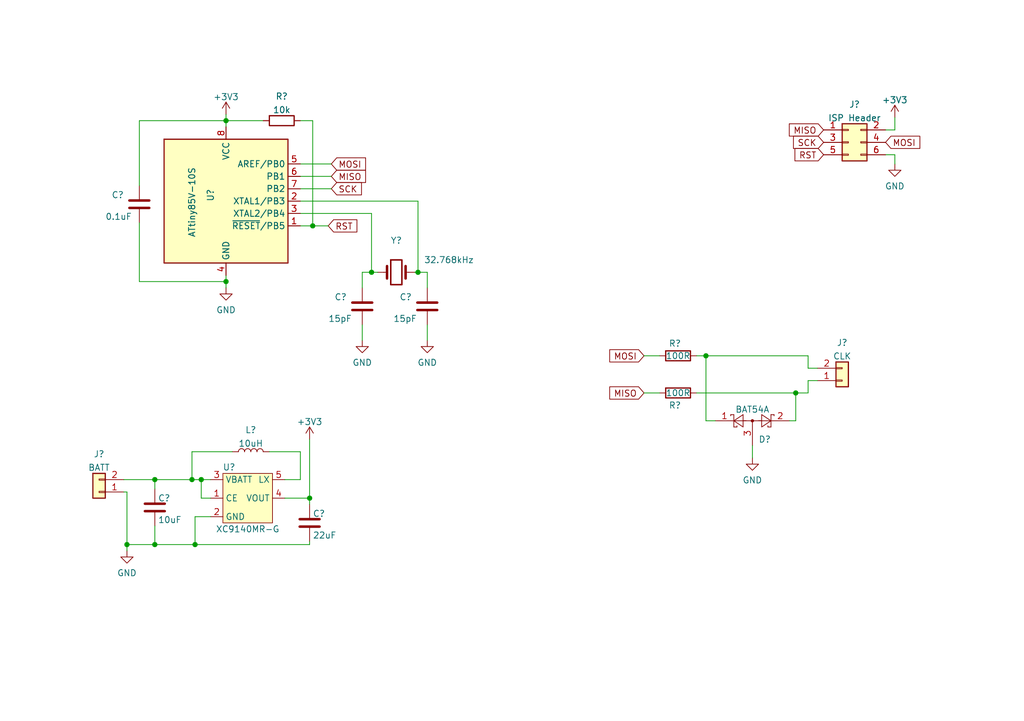
<source format=kicad_sch>
(kicad_sch (version 20211123) (generator eeschema)
  (paper "A5")
  (title_block (date "2025-03-20") (rev "A"))
  (lib_symbols
    (symbol "Connector_Generic:Conn_01x02" (pin_names (offset 1.016) hide)
      (property "Reference" "J" (at 0 2.54 0))
      (property "Value" "Conn_01x02" (at 0 -5.08 0))
      (symbol "Conn_01x02_1_1"
        (rectangle (start -1.27 -2.413) (end 0 -2.667) (stroke (width 0.1524)))
        (rectangle (start -1.27 0.127) (end 0 -0.127) (stroke (width 0.1524)))
        (rectangle (start -1.27 1.27) (end 1.27 -3.81) (stroke (width 0.254)) (fill (type background)))
        (pin passive line (at -5.08 0 0) (length 3.81) (name "Pin_1") (number "1"))
        (pin passive line (at -5.08 -2.54 0) (length 3.81) (name "Pin_2") (number "2"))
      )
    )
    (symbol "Connector_Generic:Conn_02x03_Odd_Even" (pin_names (offset 1.016) hide)
      (property "Reference" "J" (at 1.27 5.08 0))
      (property "Value" "Conn_02x03_Odd_Even" (at 1.27 -5.08 0))
      (symbol "Conn_02x03_Odd_Even_1_1"
        (rectangle (start -1.27 -2.413) (end 0 -2.667) (stroke (width 0.1524)))
        (rectangle (start -1.27 0.127) (end 0 -0.127) (stroke (width 0.1524)))
        (rectangle (start -1.27 2.667) (end 0 2.413) (stroke (width 0.1524)))
        (rectangle (start -1.27 3.81) (end 3.81 -3.81) (stroke (width 0.254)) (fill (type background)))
        (rectangle (start 3.81 -2.413) (end 2.54 -2.667) (stroke (width 0.1524)))
        (rectangle (start 3.81 0.127) (end 2.54 -0.127) (stroke (width 0.1524)))
        (rectangle (start 3.81 2.667) (end 2.54 2.413) (stroke (width 0.1524)))
        (pin passive line (at -5.08 2.54 0) (length 3.81) (name "Pin_1") (number "1"))
        (pin passive line (at 7.62 2.54 180) (length 3.81) (name "Pin_2") (number "2"))
        (pin passive line (at -5.08 0 0) (length 3.81) (name "Pin_3") (number "3"))
        (pin passive line (at 7.62 0 180) (length 3.81) (name "Pin_4") (number "4"))
        (pin passive line (at -5.08 -2.54 0) (length 3.81) (name "Pin_5") (number "5"))
        (pin passive line (at 7.62 -2.54 180) (length 3.81) (name "Pin_6") (number "6"))
      )
    )
    (symbol "Custom_IC:XC9140MR-G"
      (property "Reference" "U" (at -3.81 6.35 0))
      (property "Value" "XC9140MR-G" (at 0 -6.35 0))
      (symbol "XC9140MR-G_0_1"
        (rectangle (start -5.08 5.08) (end 5.08 -5.08) (stroke (width 0.1524)) (fill (type background)))
      )
      (symbol "XC9140MR-G_1_1"
        (pin input line (at -7.62 0 0) (length 2.54) (name "CE") (number "1"))
        (pin input line (at -7.62 -3.81 0) (length 2.54) (name "GND") (number "2"))
        (pin input line (at -7.62 3.81 0) (length 2.54) (name "VBATT") (number "3"))
        (pin input line (at 7.62 0 180) (length 2.54) (name "VOUT") (number "4"))
        (pin input line (at 7.62 3.81 180) (length 2.54) (name "LX") (number "5"))
      )
    )
    (symbol "Device:C" (pin_numbers hide) (pin_names (offset 0.254))
      (property "Reference" "C" (at 0.635 2.54 0))
      (property "Value" "C" (at 0.635 -2.54 0))
      (symbol "C_0_1"
        (polyline (pts (xy -2.032 -0.762) (xy 2.032 -0.762)) (stroke (width 0.508)))
        (polyline (pts (xy -2.032 0.762) (xy 2.032 0.762)) (stroke (width 0.508)))
      )
      (symbol "C_1_1"
        (pin passive line (at 0 3.81 270) (length 2.794) (name "~") (number "1"))
        (pin passive line (at 0 -3.81 90) (length 2.794) (name "~") (number "2"))
      )
    )
    (symbol "Device:Crystal" (pin_numbers hide) (pin_names (offset 1.016) hide)
      (property "Reference" "Y" (at 0 3.81 0))
      (property "Value" "Crystal" (at 0 -3.81 0))
      (symbol "Crystal_0_1"
        (rectangle (start -1.143 2.54) (end 1.143 -2.54) (stroke (width 0.3048)))
        (polyline (pts (xy -2.54 0) (xy -1.905 0)))
        (polyline (pts (xy -1.905 -1.27) (xy -1.905 1.27)) (stroke (width 0.508)))
        (polyline (pts (xy 1.905 -1.27) (xy 1.905 1.27)) (stroke (width 0.508)))
        (polyline (pts (xy 2.54 0) (xy 1.905 0)))
      )
      (symbol "Crystal_1_1"
        (pin passive line (at -3.81 0 0) (length 1.27) (name "1") (number "1"))
        (pin passive line (at 3.81 0 180) (length 1.27) (name "2") (number "2"))
      )
    )
    (symbol "Device:L" (pin_numbers hide) (pin_names (offset 1.016) hide)
      (property "Reference" "L" (at -1.27 0 90))
      (property "Value" "L" (at 1.905 0 90))
      (symbol "L_0_1"
        (arc (start 0 -2.54) (mid 0.635 -1.905) (end 0 -1.27))
        (arc (start 0 -1.27) (mid 0.635 -0.635) (end 0 0))
        (arc (start 0 0) (mid 0.635 0.635) (end 0 1.27))
        (arc (start 0 1.27) (mid 0.635 1.905) (end 0 2.54))
      )
      (symbol "L_1_1"
        (pin passive line (at 0 3.81 270) (length 1.27) (name "1") (number "1"))
        (pin passive line (at 0 -3.81 90) (length 1.27) (name "2") (number "2"))
      )
    )
    (symbol "Device:R" (pin_numbers hide) (pin_names (offset 0))
      (property "Reference" "R" (at 2.032 0 90))
      (property "Value" "R" (at 0 0 90))
      (symbol "R_0_1"
        (rectangle (start -1.016 -2.54) (end 1.016 2.54) (stroke (width 0.254)))
      )
      (symbol "R_1_1"
        (pin passive line (at 0 3.81 270) (length 1.27) (name "~") (number "1"))
        (pin passive line (at 0 -3.81 90) (length 1.27) (name "~") (number "2"))
      )
    )
    (symbol "Diode:BAT54A" (pin_names (offset 1.016))
      (property "Reference" "D" (at 0.635 -3.81 0))
      (property "Value" "BAT54A" (at -6.35 3.175 0))
      (symbol "BAT54A_0_1"
        (polyline (pts (xy -4.445 1.27) (xy -4.445 1.016)))
        (polyline (pts (xy -3.81 -1.27) (xy -3.81 1.27)))
        (polyline (pts (xy -3.81 -1.27) (xy -3.175 -1.27)))
        (polyline (pts (xy -3.81 0) (xy -1.27 0)))
        (polyline (pts (xy -3.81 1.27) (xy -4.445 1.27)))
        (polyline (pts (xy -3.175 -1.27) (xy -3.175 -1.016)))
        (polyline (pts (xy -1.905 0) (xy 1.905 0)))
        (polyline (pts (xy 1.27 0) (xy 3.81 0)))
        (polyline (pts (xy 3.175 -1.27) (xy 3.175 -1.016)))
        (polyline (pts (xy 3.81 -1.27) (xy 3.175 -1.27)))
        (polyline (pts (xy 3.81 -1.27) (xy 3.81 1.27)))
        (polyline (pts (xy 3.81 1.27) (xy 4.445 1.27)))
        (polyline (pts (xy 4.445 1.27) (xy 4.445 1.016)))
        (polyline (pts (xy -1.905 1.27) (xy -1.905 -1.27) (xy -3.81 0) (xy -1.905 1.27)))
        (polyline (pts (xy 1.905 1.27) (xy 1.905 -1.27) (xy 3.81 0) (xy 1.905 1.27)))
        (circle (center 0 0) (radius 0.254) (fill (type outline)))
      )
      (symbol "BAT54A_1_1"
        (pin passive line (at -7.62 0 0) (length 3.81) (name "~") (number "1"))
        (pin passive line (at 7.62 0 180) (length 3.81) (name "~") (number "2"))
        (pin passive line (at 0 -5.08 90) (length 5.08) (name "~") (number "3"))
      )
    )
    (symbol "MCU_Microchip_ATtiny:ATtiny85V-10S"
      (property "Reference" "U" (at -12.7 13.97 0))
      (property "Value" "ATtiny85V-10S" (at 2.54 -13.97 0))
      (symbol "ATtiny85V-10S_0_1"
        (rectangle (start -12.7 -12.7) (end 12.7 12.7) (stroke (width 0.254)) (fill (type background)))
      )
      (symbol "ATtiny85V-10S_1_1"
        (pin bidirectional line (at 15.24 -5.08 180) (length 2.54) (name "~{RESET}/PB5") (number "1"))
        (pin bidirectional line (at 15.24 0 180) (length 2.54) (name "XTAL1/PB3") (number "2"))
        (pin bidirectional line (at 15.24 -2.54 180) (length 2.54) (name "XTAL2/PB4") (number "3"))
        (pin power_in line (at 0 -15.24 90) (length 2.54) (name "GND") (number "4"))
        (pin bidirectional line (at 15.24 7.62 180) (length 2.54) (name "AREF/PB0") (number "5"))
        (pin bidirectional line (at 15.24 5.08 180) (length 2.54) (name "PB1") (number "6"))
        (pin bidirectional line (at 15.24 2.54 180) (length 2.54) (name "PB2") (number "7"))
        (pin power_in line (at 0 15.24 270) (length 2.54) (name "VCC") (number "8"))
      )
    )
    (symbol "power:+3.3V" (power) (pin_names (offset 0))
      (property "Value" "+3.3V" (at 0 3.556 0))
      (symbol "+3.3V_0_1"
        (polyline (pts (xy -0.762 1.27) (xy 0 2.54)))
        (polyline (pts (xy 0 0) (xy 0 2.54)))
        (polyline (pts (xy 0 2.54) (xy 0.762 1.27)))
      )
      (symbol "+3.3V_1_1"
        (pin power_in line (at 0 0 90) (length 0) hide (name "+3V3") (number "1"))
      )
    )
    (symbol "power:GND" (power) (pin_names (offset 0))
      (property "Value" "GND" (at 0 -3.81 0))
      (symbol "GND_0_1"
        (polyline (pts (xy 0 0) (xy 0 -1.27) (xy 1.27 -1.27) (xy 0 -2.54) (xy -1.27 -1.27) (xy 0 -1.27)))
      )
      (symbol "GND_1_1"
        (pin power_in line (at 0 0 270) (length 0) hide (name "GND") (number "1"))
      )
    )
  )
  (junction (at 76.2 55.88))
  (junction (at 40.005 111.76))
  (junction (at 144.78 73.025))
  (junction (at 39.37 98.425))
  (junction (at 46.355 57.785))
  (junction (at 41.275 98.425))
  (junction (at 46.355 24.765))
  (junction (at 64.135 46.355))
  (junction (at 31.75 111.76))
  (junction (at 26.035 111.76))
  (junction (at 31.75 98.425))
  (junction (at 85.725 55.88))
  (junction (at 163.195 80.645))
  (junction (at 63.5 102.235))
  (wire (pts (xy 64.135 24.765) (xy 64.135 46.355)))
  (wire (pts (xy 58.42 102.235) (xy 63.5 102.235)))
  (wire (pts (xy 144.78 86.36) (xy 144.78 73.025)))
  (wire (pts (xy 181.61 26.67) (xy 183.515 26.67)))
  (wire (pts (xy 165.735 73.025) (xy 165.735 75.565)))
  (wire (pts (xy 61.595 41.275) (xy 85.725 41.275)))
  (wire (pts (xy 39.37 92.71) (xy 39.37 98.425)))
  (wire (pts (xy 31.75 98.425) (xy 31.75 100.33)))
  (wire (pts (xy 85.09 55.88) (xy 85.725 55.88)))
  (wire (pts (xy 142.875 73.025) (xy 144.78 73.025)))
  (wire (pts (xy 46.355 57.785) (xy 46.355 59.055)))
  (wire (pts (xy 40.005 106.045) (xy 40.005 111.76)))
  (wire (pts (xy 154.305 91.44) (xy 154.305 93.98)))
  (wire (pts (xy 165.735 78.105) (xy 167.64 78.105)))
  (wire (pts (xy 61.595 36.195) (xy 67.945 36.195)))
  (wire (pts (xy 85.725 55.88) (xy 87.63 55.88)))
  (wire (pts (xy 43.18 102.235) (xy 41.275 102.235)))
  (wire (pts (xy 144.78 73.025) (xy 165.735 73.025)))
  (wire (pts (xy 26.035 111.76) (xy 26.035 113.03)))
  (wire (pts (xy 28.575 45.72) (xy 28.575 57.785)))
  (wire (pts (xy 58.42 98.425) (xy 61.595 98.425)))
  (wire (pts (xy 132.08 80.645) (xy 135.255 80.645)))
  (wire (pts (xy 61.595 24.765) (xy 64.135 24.765)))
  (wire (pts (xy 63.5 111.76) (xy 40.005 111.76)))
  (wire (pts (xy 25.4 98.425) (xy 31.75 98.425)))
  (wire (pts (xy 146.685 86.36) (xy 144.78 86.36)))
  (wire (pts (xy 76.2 55.88) (xy 77.47 55.88)))
  (wire (pts (xy 61.595 43.815) (xy 76.2 43.815)))
  (wire (pts (xy 74.295 55.88) (xy 76.2 55.88)))
  (wire (pts (xy 163.195 80.645) (xy 165.735 80.645)))
  (wire (pts (xy 47.625 92.71) (xy 39.37 92.71)))
  (wire (pts (xy 163.195 86.36) (xy 163.195 80.645)))
  (wire (pts (xy 41.275 102.235) (xy 41.275 98.425)))
  (wire (pts (xy 76.2 43.815) (xy 76.2 55.88)))
  (wire (pts (xy 31.75 107.95) (xy 31.75 111.76)))
  (wire (pts (xy 161.925 86.36) (xy 163.195 86.36)))
  (wire (pts (xy 26.035 100.965) (xy 26.035 111.76)))
  (wire (pts (xy 74.295 59.055) (xy 74.295 55.88)))
  (wire (pts (xy 61.595 46.355) (xy 64.135 46.355)))
  (wire (pts (xy 25.4 100.965) (xy 26.035 100.965)))
  (wire (pts (xy 46.355 24.765) (xy 53.975 24.765)))
  (wire (pts (xy 63.5 90.17) (xy 63.5 102.235)))
  (wire (pts (xy 181.61 31.75) (xy 183.515 31.75)))
  (wire (pts (xy 39.37 98.425) (xy 41.275 98.425)))
  (wire (pts (xy 28.575 24.765) (xy 28.575 38.1)))
  (wire (pts (xy 74.295 66.675) (xy 74.295 69.85)))
  (wire (pts (xy 31.75 98.425) (xy 39.37 98.425)))
  (wire (pts (xy 64.135 46.355) (xy 67.31 46.355)))
  (wire (pts (xy 31.75 111.76) (xy 26.035 111.76)))
  (wire (pts (xy 87.63 66.675) (xy 87.63 69.85)))
  (wire (pts (xy 63.5 102.235) (xy 63.5 103.505)))
  (wire (pts (xy 142.875 80.645) (xy 163.195 80.645)))
  (wire (pts (xy 61.595 33.655) (xy 67.945 33.655)))
  (wire (pts (xy 40.005 111.76) (xy 31.75 111.76)))
  (wire (pts (xy 183.515 31.75) (xy 183.515 33.655)))
  (wire (pts (xy 61.595 92.71) (xy 55.245 92.71)))
  (wire (pts (xy 183.515 26.67) (xy 183.515 24.13)))
  (wire (pts (xy 43.18 106.045) (xy 40.005 106.045)))
  (wire (pts (xy 61.595 38.735) (xy 67.945 38.735)))
  (wire (pts (xy 46.355 56.515) (xy 46.355 57.785)))
  (wire (pts (xy 63.5 111.125) (xy 63.5 111.76)))
  (wire (pts (xy 46.355 23.495) (xy 46.355 24.765)))
  (wire (pts (xy 87.63 55.88) (xy 87.63 59.055)))
  (wire (pts (xy 165.735 75.565) (xy 167.64 75.565)))
  (wire (pts (xy 85.725 41.275) (xy 85.725 55.88)))
  (wire (pts (xy 165.735 80.645) (xy 165.735 78.105)))
  (wire (pts (xy 46.355 24.765) (xy 46.355 26.035)))
  (wire (pts (xy 61.595 98.425) (xy 61.595 92.71)))
  (wire (pts (xy 46.355 24.765) (xy 28.575 24.765)))
  (wire (pts (xy 41.275 98.425) (xy 43.18 98.425)))
  (wire (pts (xy 28.575 57.785) (xy 46.355 57.785)))
  (wire (pts (xy 132.08 73.025) (xy 135.255 73.025)))
  (global_label "MOSI" (shape input) (at 132.08 73.025 180) (property "Intersheet References" "${INTERSHEET_REFS}" (effects hide)))
  (global_label "MOSI" (shape input) (at 67.945 33.655 0) (property "Intersheet References" "${INTERSHEET_REFS}" (effects hide)))
  (global_label "SCK" (shape input) (at 168.91 29.21 180) (property "Intersheet References" "${INTERSHEET_REFS}" (effects hide)))
  (global_label "MOSI" (shape input) (at 181.61 29.21 0) (property "Intersheet References" "${INTERSHEET_REFS}" (effects hide)))
  (global_label "MISO" (shape input) (at 67.945 36.195 0) (property "Intersheet References" "${INTERSHEET_REFS}" (effects hide)))
  (global_label "RST" (shape input) (at 168.91 31.75 180) (property "Intersheet References" "${INTERSHEET_REFS}" (effects hide)))
  (global_label "RST" (shape input) (at 67.31 46.355 0) (property "Intersheet References" "${INTERSHEET_REFS}" (effects hide)))
  (global_label "MISO" (shape input) (at 132.08 80.645 180) (property "Intersheet References" "${INTERSHEET_REFS}" (effects hide)))
  (global_label "SCK" (shape input) (at 67.945 38.735 0) (property "Intersheet References" "${INTERSHEET_REFS}" (effects hide)))
  (global_label "MISO" (shape input) (at 168.91 26.67 180) (property "Intersheet References" "${INTERSHEET_REFS}" (effects hide)))
  (symbol (lib_id "Device:C") (at 87.63 62.865 180) (unit 1)
    (property "Reference" "C?" (at 81.915 60.96 0) (effects (justify right)))
    (property "Value" "15pF" (at 80.645 65.405 0) (effects (justify right)))
  )
  (symbol (lib_id "Connector_Generic:Conn_01x02") (at 172.72 78.105 0) (mirror x) (unit 1)
    (property "Reference" "J?" (at 172.72 70.3285 0))
    (property "Value" "CLK" (at 172.72 73.1036 0))
  )
  (symbol (lib_id "Device:R") (at 139.065 80.645 90) (unit 1)
    (property "Reference" "R?" (at 138.43 83.185 90))
    (property "Value" "100R" (at 139.065 80.645 90))
  )
  (symbol (lib_id "power:+3.3V") (at 63.5 90.17 0) (unit 1)
    (property "Reference" "#PWR?" (effects hide))
    (property "Value" "+3.3V" (at 63.5 86.5655 0))
  )
  (symbol (lib_id "power:GND") (at 26.035 113.03 0) (unit 1)
    (property "Reference" "#PWR?" (effects hide))
    (property "Value" "GND" (at 26.035 117.5925 0))
  )
  (symbol (lib_id "power:GND") (at 183.515 33.655 0) (unit 1)
    (property "Reference" "#PWR?" (effects hide))
    (property "Value" "GND" (at 183.515 38.2175 0))
  )
  (symbol (lib_id "Device:C") (at 63.5 107.315 180) (unit 1)
    (property "Reference" "C?" (at 64.135 105.41 0) (effects (justify right)))
    (property "Value" "22uF" (at 64.135 109.855 0) (effects (justify right)))
  )
  (symbol (lib_id "power:+3.3V") (at 46.355 23.495 0) (unit 1)
    (property "Reference" "#PWR?" (effects hide))
    (property "Value" "+3.3V" (at 46.355 19.8905 0))
  )
  (symbol (lib_id "Custom_IC:XC9140MR-G") (at 50.8 102.235 0) (unit 1)
    (property "Reference" "U?" (at 46.99 95.885 0))
    (property "Value" "XC9140MR-G" (at 50.8 108.585 0))
  )
  (symbol (lib_id "power:GND") (at 74.295 69.85 0) (unit 1)
    (property "Reference" "#PWR?" (effects hide))
    (property "Value" "GND" (at 74.295 74.4125 0))
  )
  (symbol (lib_id "Device:C") (at 74.295 62.865 180) (unit 1)
    (property "Reference" "C?" (at 68.58 60.96 0) (effects (justify right)))
    (property "Value" "15pF" (at 67.31 65.405 0) (effects (justify right)))
  )
  (symbol (lib_id "MCU_Microchip_ATtiny:ATtiny85V-10S") (at 46.355 41.275 0) (unit 1)
    (property "Reference" "U?" (at 43.18 38.735 90) (effects (justify right)))
    (property "Value" "ATtiny85V-10S" (at 39.37 34.29 90) (effects (justify right)))
    (property "Footprint" "Package_SO:SOIC-8W_5.3x5.3mm_P1.27mm" (effects hide))
    (property "Datasheet" "http://ww1.microchip.com/downloads/en/DeviceDoc/atmel-2586-avr-8-bit-microcontroller-attiny25-attiny45-attiny85_datasheet.pdf" (effects hide))
  )
  (symbol (lib_id "Diode:BAT54A") (at 154.305 86.36 0) (unit 1)
    (property "Reference" "D?" (at 156.845 90.17 0))
    (property "Value" "BAT54A" (at 154.305 84.0256 0))
    (property "Footprint" "Package_TO_SOT_SMD:SOT-23" (effects hide))
    (property "Datasheet" "http://www.diodes.com/_files/datasheets/ds11005.pdf" (effects hide))
  )
  (symbol (lib_id "Connector_Generic:Conn_01x02") (at 20.32 100.965 180) (unit 1)
    (property "Reference" "J?" (at 20.32 93.1885 0))
    (property "Value" "BATT" (at 20.32 95.9636 0))
  )
  (symbol (lib_id "Device:C") (at 31.75 104.14 180) (unit 1)
    (property "Reference" "C?" (at 32.385 102.235 0) (effects (justify right)))
    (property "Value" "10uF" (at 32.385 106.68 0) (effects (justify right)))
  )
  (symbol (lib_id "power:GND") (at 87.63 69.85 0) (unit 1)
    (property "Reference" "#PWR?" (effects hide))
    (property "Value" "GND" (at 87.63 74.4125 0))
  )
  (symbol (lib_id "power:+3.3V") (at 183.515 24.13 0) (unit 1)
    (property "Reference" "#PWR?" (effects hide))
    (property "Value" "+3.3V" (at 183.515 20.5255 0))
  )
  (symbol (lib_id "power:GND") (at 46.355 59.055 0) (unit 1)
    (property "Reference" "#PWR?" (effects hide))
    (property "Value" "GND" (at 46.355 63.6175 0))
  )
  (symbol (lib_id "Device:R") (at 57.785 24.765 90) (unit 1)
    (property "Reference" "R?" (at 57.785 19.7825 90))
    (property "Value" "10k" (at 57.785 22.5576 90))
  )
  (symbol (lib_id "Device:L") (at 51.435 92.71 90) (unit 1)
    (property "Reference" "L?" (at 51.435 88.2355 90))
    (property "Value" "10uH" (at 51.435 91.0106 90))
  )
  (symbol (lib_id "Connector_Generic:Conn_02x03_Odd_Even") (at 173.99 29.21 0) (unit 1)
    (property "Reference" "J?" (at 175.26 21.4335 0))
    (property "Value" "ISP Header" (at 175.26 24.2086 0))
  )
  (symbol (lib_id "Device:R") (at 139.065 73.025 90) (unit 1)
    (property "Reference" "R?" (at 138.43 70.485 90))
    (property "Value" "100R" (at 139.065 73.025 90))
  )
  (symbol (lib_id "power:GND") (at 154.305 93.98 0) (unit 1)
    (property "Reference" "#PWR?" (effects hide))
    (property "Value" "GND" (at 154.305 98.5425 0))
  )
  (symbol (lib_id "Device:Crystal") (at 81.28 55.88 0) (unit 1)
    (property "Reference" "Y?" (at 81.28 49.3481 0))
    (property "Value" "32.768kHz" (at 92.075 53.34 0))
  )
  (symbol (lib_id "Device:C") (at 28.575 41.91 180) (unit 1)
    (property "Reference" "C?" (at 22.86 40.005 0) (effects (justify right)))
    (property "Value" "0.1uF" (at 21.59 44.45 0) (effects (justify right)))
  )
)
</source>
